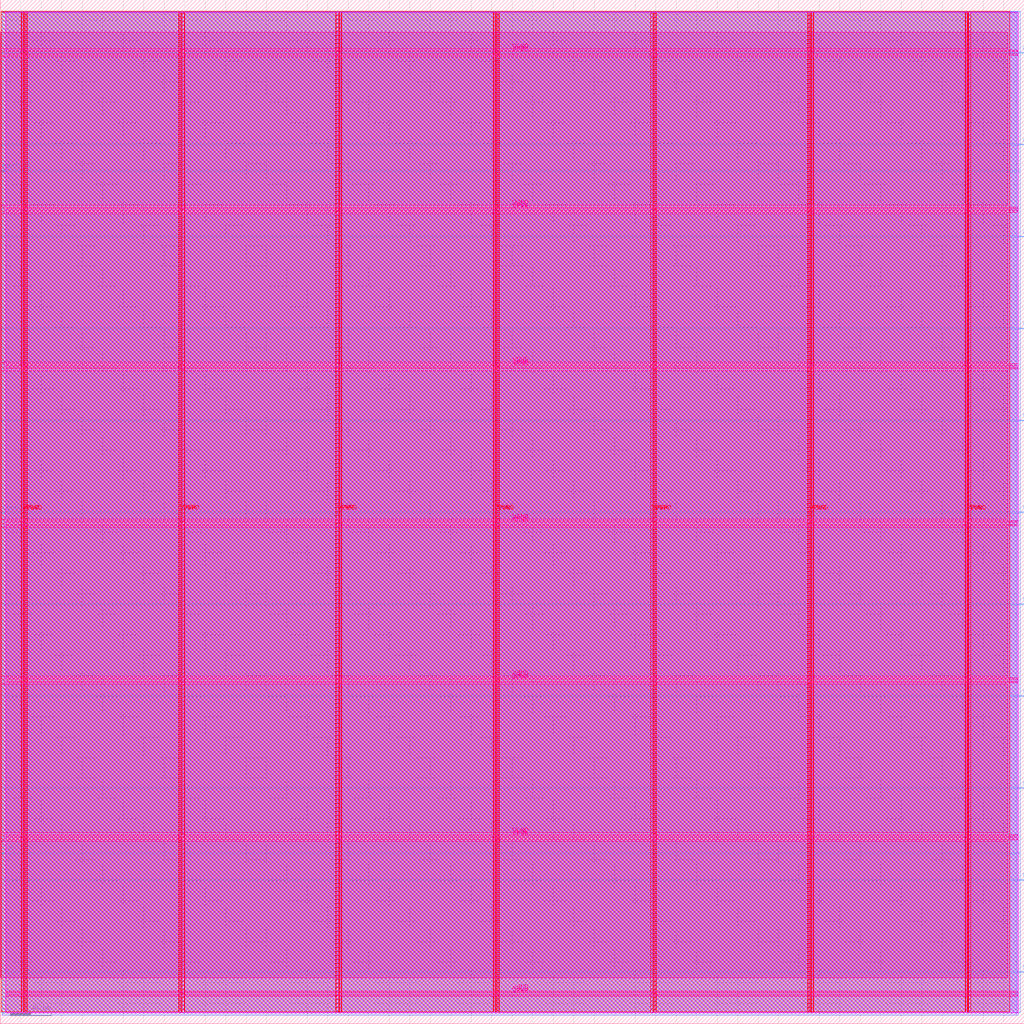
<source format=lef>
VERSION 5.7 ;
  NOWIREEXTENSIONATPIN ON ;
  DIVIDERCHAR "/" ;
  BUSBITCHARS "[]" ;
MACRO top_module_project6
  CLASS BLOCK ;
  FOREIGN top_module_project6 ;
  ORIGIN 0.000 0.000 ;
  SIZE 1000.000 BY 1000.000 ;
  PIN VGND
    DIRECTION INOUT ;
    USE GROUND ;
    PORT
      LAYER met4 ;
        RECT 24.340 10.640 25.940 987.600 ;
    END
    PORT
      LAYER met4 ;
        RECT 177.940 10.640 179.540 987.600 ;
    END
    PORT
      LAYER met4 ;
        RECT 331.540 10.640 333.140 987.600 ;
    END
    PORT
      LAYER met4 ;
        RECT 485.140 10.640 486.740 987.600 ;
    END
    PORT
      LAYER met4 ;
        RECT 638.740 10.640 640.340 987.600 ;
    END
    PORT
      LAYER met4 ;
        RECT 792.340 10.640 793.940 987.600 ;
    END
    PORT
      LAYER met4 ;
        RECT 945.940 10.640 947.540 987.600 ;
    END
    PORT
      LAYER met5 ;
        RECT 5.280 30.030 994.300 31.630 ;
    END
    PORT
      LAYER met5 ;
        RECT 5.280 183.210 994.300 184.810 ;
    END
    PORT
      LAYER met5 ;
        RECT 5.280 336.390 994.300 337.990 ;
    END
    PORT
      LAYER met5 ;
        RECT 5.280 489.570 994.300 491.170 ;
    END
    PORT
      LAYER met5 ;
        RECT 5.280 642.750 994.300 644.350 ;
    END
    PORT
      LAYER met5 ;
        RECT 5.280 795.930 994.300 797.530 ;
    END
    PORT
      LAYER met5 ;
        RECT 5.280 949.110 994.300 950.710 ;
    END
  END VGND
  PIN VPWR
    DIRECTION INOUT ;
    USE POWER ;
    PORT
      LAYER met4 ;
        RECT 21.040 10.640 22.640 987.600 ;
    END
    PORT
      LAYER met4 ;
        RECT 174.640 10.640 176.240 987.600 ;
    END
    PORT
      LAYER met4 ;
        RECT 328.240 10.640 329.840 987.600 ;
    END
    PORT
      LAYER met4 ;
        RECT 481.840 10.640 483.440 987.600 ;
    END
    PORT
      LAYER met4 ;
        RECT 635.440 10.640 637.040 987.600 ;
    END
    PORT
      LAYER met4 ;
        RECT 789.040 10.640 790.640 987.600 ;
    END
    PORT
      LAYER met4 ;
        RECT 942.640 10.640 944.240 987.600 ;
    END
    PORT
      LAYER met5 ;
        RECT 5.280 26.730 994.300 28.330 ;
    END
    PORT
      LAYER met5 ;
        RECT 5.280 179.910 994.300 181.510 ;
    END
    PORT
      LAYER met5 ;
        RECT 5.280 333.090 994.300 334.690 ;
    END
    PORT
      LAYER met5 ;
        RECT 5.280 486.270 994.300 487.870 ;
    END
    PORT
      LAYER met5 ;
        RECT 5.280 639.450 994.300 641.050 ;
    END
    PORT
      LAYER met5 ;
        RECT 5.280 792.630 994.300 794.230 ;
    END
    PORT
      LAYER met5 ;
        RECT 5.280 945.810 994.300 947.410 ;
    END
  END VPWR
  PIN an[0]
    DIRECTION OUTPUT ;
    USE SIGNAL ;
    ANTENNADIFFAREA 0.445500 ;
    PORT
      LAYER met3 ;
        RECT 996.000 947.960 1000.000 948.560 ;
    END
  END an[0]
  PIN an[1]
    DIRECTION OUTPUT ;
    USE SIGNAL ;
    ANTENNADIFFAREA 0.445500 ;
    PORT
      LAYER met3 ;
        RECT 996.000 858.200 1000.000 858.800 ;
    END
  END an[1]
  PIN an[2]
    DIRECTION OUTPUT ;
    USE SIGNAL ;
    ANTENNADIFFAREA 0.445500 ;
    PORT
      LAYER met3 ;
        RECT 996.000 768.440 1000.000 769.040 ;
    END
  END an[2]
  PIN an[3]
    DIRECTION OUTPUT ;
    USE SIGNAL ;
    ANTENNADIFFAREA 0.445500 ;
    PORT
      LAYER met3 ;
        RECT 996.000 678.680 1000.000 679.280 ;
    END
  END an[3]
  PIN clk
    DIRECTION INPUT ;
    USE SIGNAL ;
    ANTENNAGATEAREA 0.852000 ;
    PORT
      LAYER met3 ;
        RECT 0.000 165.960 4.000 166.560 ;
    END
  END clk
  PIN control
    DIRECTION INPUT ;
    USE SIGNAL ;
    ANTENNAGATEAREA 0.990000 ;
    PORT
      LAYER met3 ;
        RECT 0.000 832.360 4.000 832.960 ;
    END
  END control
  PIN reset
    DIRECTION INPUT ;
    USE SIGNAL ;
    ANTENNAGATEAREA 0.990000 ;
    PORT
      LAYER met3 ;
        RECT 0.000 499.160 4.000 499.760 ;
    END
  END reset
  PIN seg_out[0]
    DIRECTION OUTPUT ;
    USE SIGNAL ;
    ANTENNADIFFAREA 0.445500 ;
    PORT
      LAYER met3 ;
        RECT 996.000 588.920 1000.000 589.520 ;
    END
  END seg_out[0]
  PIN seg_out[1]
    DIRECTION OUTPUT ;
    USE SIGNAL ;
    ANTENNADIFFAREA 0.445500 ;
    PORT
      LAYER met3 ;
        RECT 996.000 499.160 1000.000 499.760 ;
    END
  END seg_out[1]
  PIN seg_out[2]
    DIRECTION OUTPUT ;
    USE SIGNAL ;
    ANTENNADIFFAREA 0.445500 ;
    PORT
      LAYER met3 ;
        RECT 996.000 409.400 1000.000 410.000 ;
    END
  END seg_out[2]
  PIN seg_out[3]
    DIRECTION OUTPUT ;
    USE SIGNAL ;
    ANTENNADIFFAREA 0.445500 ;
    PORT
      LAYER met3 ;
        RECT 996.000 319.640 1000.000 320.240 ;
    END
  END seg_out[3]
  PIN seg_out[4]
    DIRECTION OUTPUT ;
    USE SIGNAL ;
    ANTENNADIFFAREA 0.445500 ;
    PORT
      LAYER met3 ;
        RECT 996.000 229.880 1000.000 230.480 ;
    END
  END seg_out[4]
  PIN seg_out[5]
    DIRECTION OUTPUT ;
    USE SIGNAL ;
    ANTENNADIFFAREA 0.445500 ;
    PORT
      LAYER met3 ;
        RECT 996.000 140.120 1000.000 140.720 ;
    END
  END seg_out[5]
  PIN seg_out[6]
    DIRECTION OUTPUT ;
    USE SIGNAL ;
    ANTENNADIFFAREA 0.445500 ;
    PORT
      LAYER met3 ;
        RECT 996.000 50.360 1000.000 50.960 ;
    END
  END seg_out[6]
  OBS
      LAYER nwell ;
        RECT 5.330 10.795 994.250 987.550 ;
      LAYER li1 ;
        RECT 5.520 10.795 994.060 987.445 ;
      LAYER met1 ;
        RECT 1.910 8.540 994.360 988.340 ;
      LAYER met2 ;
        RECT 1.930 8.510 992.580 988.565 ;
      LAYER met3 ;
        RECT 1.190 948.960 996.000 988.545 ;
        RECT 1.190 947.560 995.600 948.960 ;
        RECT 1.190 859.200 996.000 947.560 ;
        RECT 1.190 857.800 995.600 859.200 ;
        RECT 1.190 833.360 996.000 857.800 ;
        RECT 4.400 831.960 996.000 833.360 ;
        RECT 1.190 769.440 996.000 831.960 ;
        RECT 1.190 768.040 995.600 769.440 ;
        RECT 1.190 679.680 996.000 768.040 ;
        RECT 1.190 678.280 995.600 679.680 ;
        RECT 1.190 589.920 996.000 678.280 ;
        RECT 1.190 588.520 995.600 589.920 ;
        RECT 1.190 500.160 996.000 588.520 ;
        RECT 4.400 498.760 995.600 500.160 ;
        RECT 1.190 410.400 996.000 498.760 ;
        RECT 1.190 409.000 995.600 410.400 ;
        RECT 1.190 320.640 996.000 409.000 ;
        RECT 1.190 319.240 995.600 320.640 ;
        RECT 1.190 230.880 996.000 319.240 ;
        RECT 1.190 229.480 995.600 230.880 ;
        RECT 1.190 166.960 996.000 229.480 ;
        RECT 4.400 165.560 996.000 166.960 ;
        RECT 1.190 141.120 996.000 165.560 ;
        RECT 1.190 139.720 995.600 141.120 ;
        RECT 1.190 51.360 996.000 139.720 ;
        RECT 1.190 49.960 995.600 51.360 ;
        RECT 1.190 10.715 996.000 49.960 ;
      LAYER met4 ;
        RECT 0.790 988.000 985.945 988.545 ;
        RECT 0.790 11.735 20.640 988.000 ;
        RECT 23.040 11.735 23.940 988.000 ;
        RECT 26.340 11.735 174.240 988.000 ;
        RECT 176.640 11.735 177.540 988.000 ;
        RECT 179.940 11.735 327.840 988.000 ;
        RECT 330.240 11.735 331.140 988.000 ;
        RECT 333.540 11.735 481.440 988.000 ;
        RECT 483.840 11.735 484.740 988.000 ;
        RECT 487.140 11.735 635.040 988.000 ;
        RECT 637.440 11.735 638.340 988.000 ;
        RECT 640.740 11.735 788.640 988.000 ;
        RECT 791.040 11.735 791.940 988.000 ;
        RECT 794.340 11.735 942.240 988.000 ;
        RECT 944.640 11.735 945.540 988.000 ;
        RECT 947.940 11.735 985.945 988.000 ;
      LAYER met5 ;
        RECT 0.580 952.310 983.820 968.100 ;
        RECT 0.580 944.210 3.680 952.310 ;
        RECT 0.580 799.130 983.820 944.210 ;
        RECT 0.580 791.030 3.680 799.130 ;
        RECT 0.580 645.950 983.820 791.030 ;
        RECT 0.580 637.850 3.680 645.950 ;
        RECT 0.580 492.770 983.820 637.850 ;
        RECT 0.580 484.670 3.680 492.770 ;
        RECT 0.580 339.590 983.820 484.670 ;
        RECT 0.580 331.490 3.680 339.590 ;
        RECT 0.580 186.410 983.820 331.490 ;
        RECT 0.580 178.310 3.680 186.410 ;
        RECT 0.580 45.100 983.820 178.310 ;
  END
END top_module_project6
END LIBRARY


</source>
